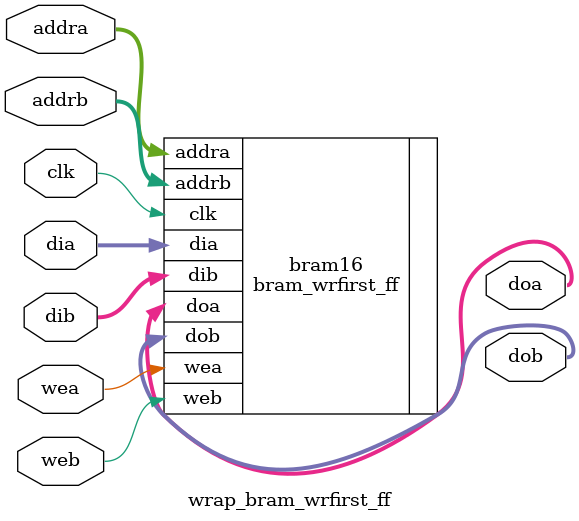
<source format=v>
/*********************************************************************************
* Copyright (c) 2022, Computer Systems Design Lab, University of Arkansas        *
*                                                                                *
* All rights reserved.                                                           *
*                                                                                *
* Permission is hereby granted, free of charge, to any person obtaining a copy   *
* of this software and associated documentation files (the "Software"), to deal  *
* in the Software without restriction, including without limitation the rights   *
* to use, copy, modify, merge, publish, distribute, sublicense, and/or sell      *
* copies of the Software, and to permit persons to whom the Software is          *
* furnished to do so, subject to the following conditions:                       *
*                                                                                *
* The above copyright notice and this permission notice shall be included in all *
* copies or substantial portions of the Software.                                *
*                                                                                *
* THE SOFTWARE IS PROVIDED "AS IS", WITHOUT WARRANTY OF ANY KIND, EXPRESS OR     *
* IMPLIED, INCLUDING BUT NOT LIMITED TO THE WARRANTIES OF MERCHANTABILITY,       *
* FITNESS FOR A PARTICULAR PURPOSE AND NONINFRINGEMENT. IN NO EVENT SHALL THE    *
* AUTHORS OR COPYRIGHT HOLDERS BE LIABLE FOR ANY CLAIM, DAMAGES OR OTHER         *
* LIABILITY, WHETHER IN AN ACTION OF CONTRACT, TORT OR OTHERWISE, ARISING FROM,  *
* OUT OF OR IN CONNECTION WITH THE SOFTWARE OR THE USE OR OTHER DEALINGS IN THE  *
* SOFTWARE.                                                                      *
**********************************************************************************

==================================================================================

  Author: MD Arafat Kabir
  Email : arafat.sun@gmail.com
  Date  : Thu, Dec 29, 04:54 PM CST 2022

  Description:
  This wrapper module is used for out-of-context synthesis of register-file.

================================================================================*/


/*
Usage:
*/




module wrap_bram_wrfirst_ff (
// Ports
    clk,
    wea,
    web,
    addra,
    addrb,
    dia,
    dib,
    doa,
    dob
);

localparam RAM_WIDTH  = 16,
           RAM_DEPTH  = 1024,
           ADDR_WIDTH = 10;


// IO ports
input  wire                     clk, wea, web;
input  wire  [ADDR_WIDTH-1:0]   addra,addrb;
input  wire  [RAM_WIDTH-1 :0]   dia, dib;
output wire  [RAM_WIDTH-1 :0]   doa,dob;


bram_wrfirst_ff #(.RAM_WIDTH(RAM_WIDTH), .RAM_DEPTH(RAM_DEPTH))  
    bram16 (
        .clk(clk),
        .wea(wea),
        .web(web),
        .addra(addra),
        .addrb(addrb),
        .dia(dia),
        .dib(dib),
        .doa(doa),
        .dob(dob)
    );


endmodule

</source>
